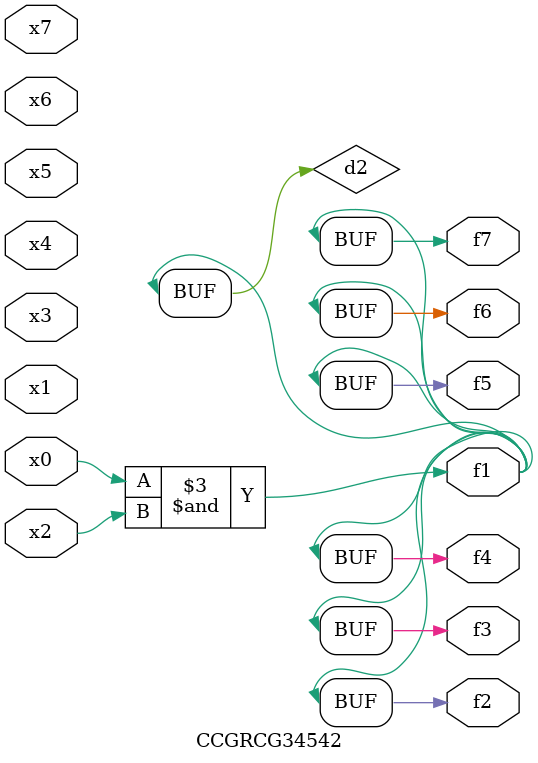
<source format=v>
module CCGRCG34542(
	input x0, x1, x2, x3, x4, x5, x6, x7,
	output f1, f2, f3, f4, f5, f6, f7
);

	wire d1, d2;

	nor (d1, x3, x6);
	and (d2, x0, x2);
	assign f1 = d2;
	assign f2 = d2;
	assign f3 = d2;
	assign f4 = d2;
	assign f5 = d2;
	assign f6 = d2;
	assign f7 = d2;
endmodule

</source>
